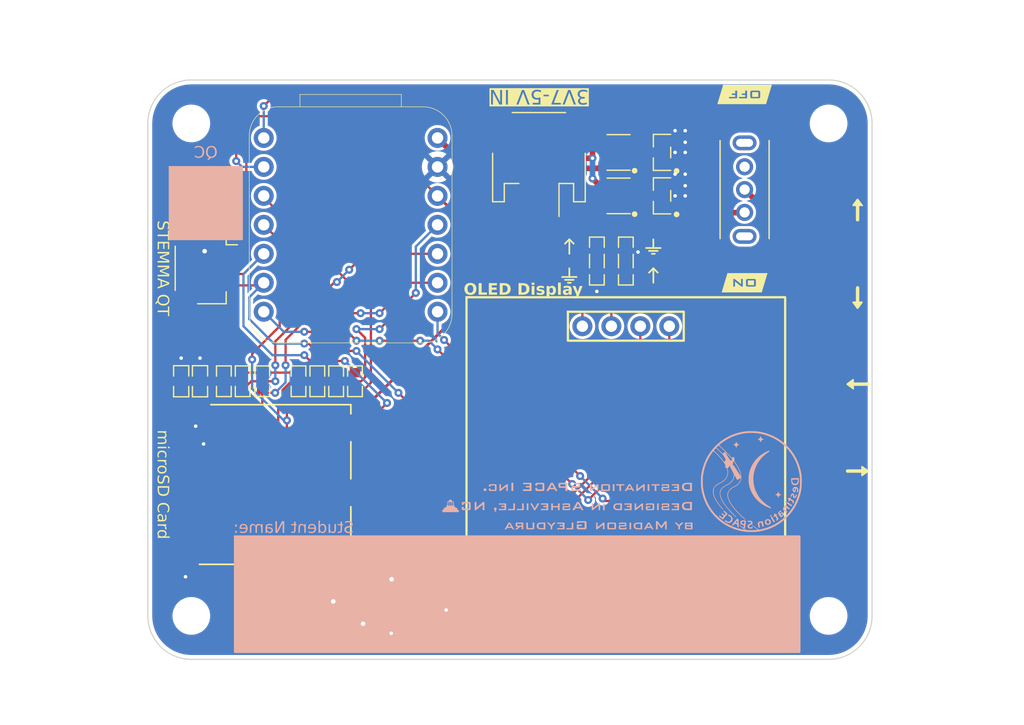
<source format=kicad_pcb>
(kicad_pcb (version 20221018) (generator pcbnew)
  (title_block (title "Destination Weather Station v4.5.2") (date "2024-02-16") (rev "03") (comment 1 "Madison Gleydura") (comment 2 "FINAL VERSION") (comment 3 "2024"))
  (layers (0 "F.Cu" signal) (31 "B.Cu" power) (34 "B.Paste" user) (35 "F.Paste" user) (36 "B.SilkS" user "B.Silkscreen") (37 "F.SilkS" user "F.Silkscreen") (38 "B.Mask" user) (39 "F.Mask" user) (44 "Edge.Cuts" user))
  (net 0 "")
  (net 1 "+3V3")
  (net 2 "GND")
  (net 3 "VCC")
  (net 4 "/OLED1")
  (net 5 "/OLED2")
  (net 6 "/BME_CS")
  (net 7 "/DAT2")
  (net 8 "/DAT1")
  (net 9 "Net-(J1-Pin_1)")
  (net 11 "Net-(J1-Pin_2)")
  (net 12 "/SDA")
  (net 13 "/SCL")
  (net 14 "Net-(SW1-A)")
  (net 15 "/CD")
  (net 16 "/MISO")
  (net 17 "/SCK")
  (net 18 "/MOSI")
  (net 19 "/CS_SD")
  (net 20 "/SW2")
  (net 21 "/SW3")
  (net 22 "/SW4")
  (net 23 "/SW5")
  (footprint "lib_fp:SW_4.5x4.5" (layer "F.Cu") (at 172.085 105.41 -90)
    (fp_text reference "SW5" hide)
    (fp_text value "PTS647SM38SMTR2LFS")
  )
  (footprint "lib_fp:SW_4.5x4.5" (layer "F.Cu") (at 172.085 90.17 -90)
    (fp_text reference "SW3" hide)
    (fp_text value "PTS647SM38SMTR2LFS")
  )
  (footprint "lib_fp:SW_4.5x4.5" (layer "F.Cu") (at 172.085 82.55 -90)
    (fp_text reference "SW2" hide)
    (fp_text value "PTS647SM38SMTR2LFS")
  )
  (footprint "lib_fp:SS-12D07-VG_GA_PA" (layer "F.Cu") (at 165.354 80.73 90)
    (fp_text reference "SW1" hide)
    (fp_text value "SS-12F44-G5")
  )
  (footprint "lib_fp:IRLML6244TRPBF" (layer "F.Cu") (at 158.115 77.47 90)
    (fp_text reference "Q2" hide)
    (fp_text value "IRLML6244TRPBF")
  )
  (footprint "lib_fp:M2.54_NPTH" (layer "F.Cu") (at 116.84 74.93)
    (fp_text reference "H1" hide)
    (fp_text value "M2.5" hide)
  )
  (footprint "lib_fp:ResistorJumper-3" (layer "F.Cu") (at 154.94 86.995 -90)
    (fp_text reference "R12" hide)
    (fp_text value "0R")
  )
  (footprint "lib_fp:CAPC160X80X88L35N" (layer "F.Cu") (at 130.556 118.352 -90)
    (fp_text reference "C2" hide)
    (fp_text value "100nF")
  )
  (footprint "lib_fp:JST-PH-S2B-SM4-TB" (layer "F.Cu") (at 147.32 77.536 180)
    (fp_text reference "J1" hide)
    (fp_text value "S2B-PH-SM4")
  )
  (footprint "lib_fp:SOT23-6P95_280X100L40X37N" (layer "F.Cu") (at 154.305 77.47 90)
    (fp_text reference "Q4" hide)
    (fp_text value "DMP2035UVTQ-7")
  )
  (footprint "lib_fp:MEM2061" (layer "F.Cu") (at 117.279 106.59 -90)
    (fp_text reference "J2" hide)
    (fp_text value "MEM2061")
  )
  (footprint "lib_fp:SW_4.5x4.5" (layer "F.Cu") (at 172.085 97.79 -90)
    (fp_text reference "SW4" hide)
    (fp_text value "PTS647SM38SMTR2LFS")
  )
  (footprint "lib_fp:RESC160X80X55L30N" (layer "F.Cu") (at 137.155 118.364 180)
    (fp_text reference "R10" hide)
    (fp_text value "10K")
  )
  (footprint "lib_fp:kibuzzard-64039D9C" (layer "F.Cu") (at 165.354 72.39 180)
    (fp_text reference "kibuzzard-64039D9C" hide)
    (fp_text value "G***" hide)
  )
  (footprint "lib_fp:RESC160X80X55L30N" (layer "F.Cu") (at 127.889 97.536 -90)
    (fp_text reference "R5" hide)
    (fp_text value "10K")
  )
  (footprint "lib_fp:CAPC160X80X88L35N" (layer "F.Cu") (at 117.602 97.536 90)
    (fp_text reference "C4" hide)
    (fp_text value "100nF")
  )
  (footprint "lib_fp:M2.54_NPTH" (layer "F.Cu") (at 172.72 118.11)
    (fp_text reference "H4" hide)
    (fp_text value "M2.5" hide)
  )
  (footprint "lib_fp:RESC160X80X55L30N" (layer "F.Cu") (at 121.343 97.536 -90)
    (fp_text reference "R3" hide)
    (fp_text value "10K")
  )
  (footprint "lib_fp:QtPy" (layer "F.Cu") (at 130.81 83.82)
    (fp_text reference "U1" hide)
    (fp_text value "XIAO RP2040")
  )
  (footprint "lib_fp:JST_SH_SM04B-SRSS-TB" (layer "F.Cu") (at 118.11 87.63 -90)
    (fp_text reference "J3" hide)
    (fp_text value "STEMMA_QT")
  )
  (footprint "lib_fp:RESC160X80X55L30N" (layer "F.Cu") (at 131.191 97.536 -90)
    (fp_text reference "R1" hide)
    (fp_text value "10K")
  )
  (footprint "lib_fp:BME280" (layer "F.Cu") (at 133.35 116.84)
    (fp_text reference "U2" hide)
    (fp_text value "BME280")
  )
  (footprint "lib_fp:IRLML6244TRPBF" (layer "F.Cu") (at 158.115 81.28 90)
    (fp_text reference "Q1" hide)
    (fp_text value "IRLML6244TRPBF")
  )
  (footprint "lib_fp:RESC160X80X55L30N" (layer "F.Cu") (at 119.692 97.536 -90)
    (fp_text reference "R2" hide)
    (fp_text value "10K")
  )
  (footprint "lib_fp:HS96L03W2C03" (layer "F.Cu") (at 154.94 92.71)
    (fp_text reference "U3" hide)
    (fp_text value "HS96L03W2C03")
  )
  (footprint "lib_fp:RESC160X80X55L30N" (layer "F.Cu") (at 137.165 116.84 180)
    (fp_text reference "R9" hide)
    (fp_text value "10K")
  )
  (footprint "lib_fp:RESC160X80X55L30N" (layer "F.Cu") (at 126.238 97.536 -90)
    (fp_text reference "R6" hide)
    (fp_text value "10K")
  )
  (footprint "lib_fp:kibuzzard-64039D84" (layer "F.Cu") (at 165.354 88.9 180)
    (fp_text reference "kibuzzard-64039D84" hide)
    (fp_text value "G***" hide)
  )
  (footprint "lib_fp:M2.54_NPTH" (layer "F.Cu") (at 116.84 118.11)
    (fp_text reference "H3" hide)
    (fp_text value "M2.5" hide)
  )
  (footprint "lib_fp:RESC160X80X55L30N" (layer "F.Cu") (at 129.54 97.536 -90)
    (fp_text reference "R7" hide)
    (fp_text value "10K")
  )
  (footprint "lib_fp:ResistorJumper-3" (layer "F.Cu") (at 152.4 86.995 -90)
    (fp_text reference "R11" hide)
    (fp_text value "0R")
  )
  (footprint "lib_fp:RESC160X80X55L30N" (layer "F.Cu") (at 137.165 115.316 180)
    (fp_text reference "R8" hide)
    (fp_text value "10K")
  )
  (footprint "lib_fp:CAPC160X80X88L35N" (layer "F.Cu") (at 130.556 115.316 -90)
    (fp_text reference "C1" hide)
    (fp_text value "10uF")
  )
  (footprint "lib_fp:RESC160X80X55L30N" (layer "F.Cu") (at 123.063 97.536 -90)
    (fp_text reference "R4" hide)
    (fp_text value "10K")
  )
  (footprint "lib_fp:CAPC160X80X88L35N" (layer "F.Cu") (at 115.951 97.536 90)
    (fp_text reference "C3" hide)
    (fp_text value "100nF")
  )
  (footprint "lib_fp:SOT23-6P95_280X100L40X37N" (layer "F.Cu") (at 154.305 81.28 90)
    (fp_text reference "Q3" hide)
    (fp_text value "DMP2035UVTQ-7")
  )
  (footprint "lib_fp:M2.54_NPTH" (layer "F.Cu") (at 172.72 74.93)
    (fp_text reference "H2" hide)
    (fp_text value "M2.5" hide)
  )
  (footprint "lib_fp:ds-silkscreen-logo-10x10" (layer "B.Cu") (at 165.989 106.299 180)
    (fp_text reference "G***" hide)
    (fp_text value "LOGO" hide)
  )
  (footprint "DS-Master-Logos-and-Graphics:avlLogo_2" (layer "B.Cu") (at 139.573 108.458 180)
    (fp_text reference "G***" hide)
    (fp_text value "LOGO" hide)
  )
  (gr_rect locked (start 120.65 111.125) (end 170.18 121.285) (stroke (width 0.15)) (fill solid) (layer "B.SilkS"))
  (gr_rect (start 114.935 78.74) (end 121.285 85.09) (stroke (width 0.15)) (fill solid) (layer "B.SilkS"))
  (gr_line (start 157.988 85.852) (end 156.718 85.852) (stroke (width 0.15)) (layer "F.SilkS"))
  (gr_line (start 175.26 83.3755) (end 175.26 81.7245) (stroke (width 0.3)) (layer "F.SilkS"))
  (gr_line (start 175.26 89.3445) (end 175.26 90.9955) (stroke (width 0.3)) (layer "F.SilkS"))
  (gr_line (start 157.48 86.36) (end 157.226 86.36) (stroke (width 0.15)) (layer "F.SilkS"))
  (gr_line (start 150.622 88.392) (end 149.352 88.392) (stroke (width 0.15)) (layer "F.SilkS"))
  (gr_line (start 174.3825 105.41) (end 176.0335 105.41) (stroke (width 0.3)) (layer "F.SilkS"))
  (gr_poly (pts (xy 176.1605 105.41) (xy 175.6525 105.029) (xy 175.6525 105.791)) (stroke (width 0.15)) (fill solid) (layer "F.SilkS"))
  (gr_line (start 149.987 85.09) (end 150.368 85.471) (stroke (width 0.15)) (layer "F.SilkS"))
  (gr_line (start 157.353 85.09) (end 157.353 85.852) (stroke (width 0.15)) (layer "F.SilkS"))
  (gr_line (start 157.353 87.63) (end 157.734 88.011) (stroke (width 0.15)) (layer "F.SilkS"))
  (gr_poly (pts (xy 174.3595 97.79) (xy 174.8675 98.171) (xy 174.8675 97.409)) (stroke (width 0.15)) (fill solid) (layer "F.SilkS"))
  (gr_poly (pts (xy 175.26 81.5975) (xy 174.879 82.1055) (xy 175.641 82.1055)) (stroke (width 0.15)) (fill solid) (layer "F.SilkS"))
  (gr_line (start 157.353 87.63) (end 157.353 88.9) (stroke (width 0.15)) (layer "F.SilkS"))
  (gr_line (start 150.114 88.9) (end 149.86 88.9) (stroke (width 0.15)) (layer "F.SilkS"))
  (gr_line (start 149.987 85.09) (end 149.987 86.36) (stroke (width 0.15)) (layer "F.SilkS"))
  (gr_line (start 176.1375 97.79) (end 174.4865 97.79) (stroke (width 0.3)) (layer "F.SilkS"))
  (gr_line (start 149.987 87.63) (end 149.987 88.392) (stroke (width 0.15)) (layer "F.SilkS"))
  (gr_line (start 157.734 86.106) (end 156.972 86.106) (stroke (width 0.15)) (layer "F.SilkS"))
  (gr_poly (pts (xy 175.26 91.1225) (xy 175.641 90.6145) (xy 174.879 90.6145)) (stroke (width 0.15)) (fill solid) (layer "F.SilkS"))
  (gr_line (start 150.368 88.646) (end 149.606 88.646) (stroke (width 0.15)) (layer "F.SilkS"))
  (gr_line (start 157.353 87.63) (end 156.972 88.011) (stroke (width 0.15)) (layer "F.SilkS"))
  (gr_line (start 149.987 85.09) (end 149.606 85.471) (stroke (width 0.15)) (layer "F.SilkS"))
  (gr_line locked (start 172.72 71.12) (end 116.84 71.12) (stroke (width 0.1)) (layer "Edge.Cuts"))
  (gr_arc locked (start 113.03 74.93) (mid 114.145923 72.235923) (end 116.84 71.12) (stroke (width 0.1)) (layer "Edge.Cuts"))
  (gr_line locked (start 113.03 118.11) (end 113.03 74.93) (stroke (width 0.1)) (layer "Edge.Cuts"))
  (gr_arc locked (start 116.84 121.92) (mid 114.145923 120.804077) (end 113.03 118.11) (stroke (width 0.1)) (layer "Edge.Cuts"))
  (gr_line locked (start 172.72 121.92) (end 116.84 121.92) (stroke (width 0.1)) (layer "Edge.Cuts"))
  (gr_line locked (start 176.53 118.11) (end 176.53 74.93) (stroke (width 0.1)) (layer "Edge.Cuts"))
  (gr_arc locked (start 172.72 71.12) (mid 175.414077 72.235923) (end 176.53 74.93) (stroke (width 0.1)) (layer "Edge.Cuts"))
  (gr_arc locked (start 176.53 118.11) (mid 175.414077 120.804077) (end 172.72 121.92) (stroke (width 0.1)) (layer "Edge.Cuts"))
  (gr_text "Student Name:" (at 120.523 110.998) (layer "B.SilkS") (effects (font (size 1 1)) (justify right bottom mirror)))
  (gr_text "QC" (at 118.11 78.105) (layer "B.SilkS") (effects (font (size 1 1)) (justify bottom mirror)))
  (gr_text "microSD Card" (at 114.3 106.59 270) (layer "F.SilkS") (effects (font (size 1 1))))
  (gr_text "Destination Weather Station \nv4.5.2 2024-02-12" (at 140.716 119.888) (layer "F.SilkS") (effects (font (size 1 1)) (justify left)))
  (gr_text "OLED Display" (at 140.716 89.535) (layer "F.SilkS") (effects (font (size 1 1) (thickness 0.25) bold) (justify left)))
  (gr_text "BME280" (at 133.35 120.65) (layer "F.SilkS") (effects (font (size 1 1))))
  (gr_text "3V7-5V IN" (at 147.32 72.517 180) (layer "F.SilkS" knockout) (effects (font (size 1.25 1.25))))
  (gr_text "STEMMA QT" (at 114.3 87.63 270) (layer "F.SilkS") (effects (font (size 1 1))))
  (gr_text_box "Destination SPACE Inc.\nDesigned in Asheville, NC\nby Madison Gleydura" (start 139.446 105.41) (end 161.671 111.125) (layer "B.SilkS") (effects (font (size 1 1)) (justify left top mirror)))
  (segment (start 115.951 98.286) (end 117.602 98.286) (width 0.2) (layer "F.Cu") (net 1))
  (segment (start 130.556 114.566) (end 131.855 115.865) (width 0.25) (layer "F.Cu") (net 1))
  (segment (start 132.7225 115.865) (end 132.9436 116.0861) (width 0.25) (layer "F.Cu") (net 1))
  (segment (start 132.207 112.915) (end 130.556 114.566) (width 0.25) (layer "F.Cu") (net 1))
  (segment (start 173.685 87.545) (end 173.685 92.795) (width 0.25) (layer "F.Cu") (net 1))
  (segment (start 132.9436 118.2116) (end 134.366 119.634) (width 0.25) (layer "F.Cu") (net 1))
  (segment (start 152.4114 85.485) (end 153.1874 84.709) (width 0.2) (layer "F.Cu") (net 1))
  (segment (start 139.179468 117.602) (end 137.91 117.602) (width 0.25) (layer "F.Cu") (net 1))
  (segment (start 141.85 84.7) (end 141.85 90.052) (width 0.25) (layer "F.Cu") (net 1))
  (segment (start 126.238 96.781) (end 129.54 96.781) (width 0.2) (layer "F.Cu") (net 1))
  (segment (start 159.0167 88.5317) (end 159.004 88.5444) (width 0.25) (layer "F.Cu") (net 1))
  (segment (start 129.54 96.781) (end 131.191 96.781) (width 0.2) (layer "F.Cu") (net 1))
  (segment (start 130.993 117.165) (end 132.325 117.165) (width 0.25) (layer "F.Cu") (net 1))
  (segment (start 121.666 86.084) (end 121.666 75.034) (width 0.2) (layer "F.Cu") (net 1))
  (segment (start 151.271 85.485) (end 150.486 84.7) (width 0.25) (layer "F.Cu") (net 1))
  (segment (start 118.745 87.995736) (end 118.745 95.834) (width 0.2) (layer "F.Cu") (net 1))
  (segment (start 153.1874 84.709) (end 156.464 84.709) (width 0.2) (layer "F.Cu") (net 1))
  (segment (start 152.4 85.485) (end 151.271 85.485) (width 0.25) (layer "F.Cu") (net 1))
  (segment (start 120.62 87.13) (end 121.666 86.084) (width 0.2) (layer "F.Cu") (net 1))
  (segment (start 139.185734 117.595734) (end 139.179468 117.602) (width 0.2) (layer "F.Cu") (net 1))
  (segment (start 119.761 96.712) (end 119.692 96.781) (width 0.2) (layer "F.Cu") (net 1))
  (segment (start 164.465 93.98) (end 173.685 93.98) (width 0.25) (layer "F.Cu") (net 1))
  (segment (start 154.9794 88.5444) (end 154.94 88.505) (width 0.25) (layer "F.Cu") (net 1))
  (segment (start 173.685 100.415) (end 173.685 102.785) (width 0.25) (layer "F.Cu") (net 1))
  (segment (start 173.685 95.165) (end 173.685 100.415) (width 0.25) (layer "F.Cu") (net 1))
  (segment (start 173.685 79.925) (end 173.685 85.175) (width 0.25) (layer "F.Cu") (net 1))
  (segment (start 152.4 85.485) (end 152.4114 85.485) (width 0.2) (layer "F.Cu") (net 1))
  (segment (start 118.187 98.286) (end 119.692 96.781) (width 0.2) (layer "F.Cu") (net 1))
  (segment (start 118.679 105.205) (end 119.679 105.205) (width 0.2) (layer "F.Cu") (net 1))
  (segment (start 159.004 88.5444) (end 154.9794 88.5444) (width 0.25) (layer "F.Cu") (net 1))
  (segment (start 115.951 98.286) (end 115.951 102.477) (width 0.2) (layer "F.Cu") (net 1))
  (segment (start 132.9436 117.165) (end 132.325 117.165) (width 0.25) (layer "F.Cu") (net 1))
  (segment (start 156.464 84.709) (end 159.0167 87.2617) (width 0.2) (layer "F.Cu") (net 1))
  (segment (start 137.91 118.364) (end 137.91 117.602) (width 0.25) (layer "F.Cu") (net 1))
  (segment (start 117.602 98.286) (end 118.187 98.286) (width 0.2) (layer "F.Cu") (net 1))
  (segment (start 119.692 96.781) (end 126.238 96.781) (width 0.2) (layer "F.Cu") (net 1))
  (segment (start 131.445 74.295) (end 134.112 76.962) (width 0.2) (layer "F.Cu") (net 1))
  (segment (start 119.610736 87.13) (end 118.745 87.995736) (width 0.2) (layer "F.Cu") (net 1))
  (segment (start 131.855 115.865) (end 132.325 115.865) (width 0.25) (layer "F.Cu") (net 1))
  (segment (start 118.745 95.834) (end 119.692 96.781) (width 0.2) (layer "F.Cu") (net 1))
  (segment (start 121.666 75.034) (end 122.405 74.295) (width 0.2) (layer "F.Cu") (net 1))
  (segment (start 134.112 76.962) (end 138.43 81.28) (width 0.2) (layer "F.Cu") (net 1))
  (segment (start 159.0167 87.2617) (end 159.0167 88.5317) (width 0.2) (layer "F.Cu") (net 1))
  (segment (start 173.685 85.175) (end 173.685 87.545) (width 0.25) (layer "F.Cu") (net 1))
  (segment (start 137.91 115.326) (end 137.92 115.316) (width 0.2) (layer "F.Cu") (net 1))
  (segment (start 122.405 74.295) (end 131.445 74.295) (width 0.2) (layer "F.Cu") (net 1))
  (segment (start 141.85 84.7) (end 138.43 81.28) (width 0.25) (layer "F.Cu") (net 1))
  (segment (start 137.91 117.602) (end 137.91 115.326) (width 0.25) (layer "F.Cu") (net 1))
  (segment (start 132.9436 116.0861) (end 132.9436 118.2116) (width 0.25) (layer "F.Cu") (net 1))
  (segment (start 150.486 84.7) (end 141.85 84.7) (width 0.25) (layer "F.Cu") (net 1))
  (segment (start 141.85 90.052) (end 132.207 99.695) (width 0.25) (layer "F.Cu") (net 1))
  (segment (start 132.325 115.865) (end 132.7225 115.865) (width 0.25) (layer "F.Cu") (net 1))
  (segment (start 173.685 93.98) (end 173.685 95.165) (width 0.25) (layer "F.Cu") (net 1))
  (segment (start 173.685 92.795) (end 173.685 93.98) (width 0.25) (layer "F.Cu") (net 1))
  (segment (start 159.0167 88.5317) (end 164.465 93.98) (width 0.25) (layer "F.Cu") (net 1))
  (segment (start 115.951 102.477) (end 118.679 105.205) (width 0.2) (layer "F.Cu") (net 1))
  (segment (start 132.207 99.695) (end 132.207 112.915) (width 0.25) (layer "F.Cu") (net 1))
  (segment (start 130.556 117.602) (end 130.993 117.165) (width 0.25) (layer "F.Cu") (net 1))
  (segment (start 120.11 87.13) (end 119.610736 87.13) (width 0.2) (layer "F.Cu") (net 1))
  (segment (start 173.685 102.785) (end 173.685 108.035) (width 0.25) (layer "F.Cu") (net 1))
  (segment (start 120.11 87.13) (end 120.62 87.13) (width 0.2) (layer "F.Cu") (net 1))
  (via (at 139.185734 117.595734) (size 0.7) (drill 0.31) (layers "F.Cu" "B.Cu") (net 1))
  (via (at 134.366 119.634) (size 0.7) (drill 0.31) (layers "F.Cu" "B.Cu") (net 1))
  (segment (start 137.147468 119.634) (end 134.366 119.634) (width 0.25) (layer "B.Cu") (net 1))
  (segment (start 139.185734 117.595734) (end 137.147468 119.634) (width 0.25) (layer "B.Cu") (net 1))
  (segment (start 131.005 116.515) (end 132.325 116.515) (width 0.2) (layer "F.Cu") (net 2))
  (segment (start 134.4 115.84) (end 134.375 115.865) (width 0.2) (layer "F.Cu") (net 2))
  (segment (start 115.951 96.786) (end 115.951 95.504) (width 0.2) (layer "F.Cu") (net 2))
  (segment (start 119.679 103.005) (end 117.943 103.005) (width 0.2) (layer "F.Cu") (net 2))
  (segment (start 120.11 86.13) (end 118.0098 86.13) (width 0.2) (layer "F.Cu") (net 2))
  (segment (start 117.279 100.015) (end 117.279 101.415) (width 0.2) (layer "F.Cu") (net 2))
  (segment (start 156.0068 86.2076) (end 155.702 86.2076) (width 0.2) (layer "F.Cu") (net 2))
  (segment (start 154.9794 85.485) (end 154.94 85.485) (width 0.2) (layer "F.Cu") (net 2))
  (segment (start 132.325 118.375) (end 132.325 117.815) (width 0.2) (layer "F.Cu") (net 2))
  (segment (start 116.279 114.628) (end 116.332 114.681) (width 0.2) (layer "F.Cu") (net 2))
  (segment (start 155.702 86.2076) (end 154.9794 85.485) (width 0.2) (layer "F.Cu") (net 2))
  (segment (start 130.556 116.078) (end 130.556 116.066) (width 0.2) (layer "F.Cu") (net 2))
  (segment (start 131.598 119.102) (end 130.556 119.102) (width 0.2) (layer "F.Cu") (net 2))
  (segment (start 152.4 88.505) (end 152.4 89.662) (width 0.2) (layer "F.Cu") (net 2))
  (segment (start 116.279 113.165) (end 116.279 114.628) (width 0.2) (layer "F.Cu") (net 2))
  (segment (start 129.286 116.84) (end 129.794 116.84) (width 0.2) (layer "F.Cu") (net 2))
  (segment (start 134.4 114.9) (end 134.4 115.84) (width 0.2) (layer "F.Cu") (net 2))
  (segment (start 131.9 118.8) (end 132.325 118.375) (width 0.2) (layer "F.Cu") (net 2))
  (segment (start 130.556 116.066) (end 131.005 116.515) (width 0.2) (layer "F.Cu") (net 2))
  (segment (start 118.0098 86.13) (end 118.0084 86.1314) (width 0.2) (layer "F.Cu") (net 2))
  (segment (start 117.602 96.786) (end 117.602 95.504) (width 0.2) (layer "F.Cu") (net 2))
  (segment (start 117.279 101.415) (end 117.221 101.473) (width 0.2) (layer "F.Cu") (net 2))
  (segment (start 117.943 103.005) (end 117.914 103.034) (width 0.2) (layer "F.Cu") (net 2))
  (segment (start 129.794 116.84) (end 130.556 116.078) (width 0.2) (layer "F.Cu") (net 2))
  (segment (start 131.9 118.8) (end 131.598 119.102) (width 0.2) (layer "F.Cu") (net 2))
  (via (at 117.602 95.504) (size 0.7) (drill 0.31) (layers "F.Cu" "B.Cu") (net 2))
  (via (at 160.147 76.581) (size 0.7) (drill 0.31) (layers "F.Cu" "B.Cu") (net 2))
  (via (at 117.914 103.034) (size 0.7) (drill 0.31) (layers "F.Cu" "B.Cu") (net 2))
  (via (at 116.332 114.681) (size 0.7) (drill 0.31) (layers "F.Cu" "B.Cu") (net 2))
  (via (at 159.258 79.375) (size 0.7) (drill 0.31) (layers "F.Cu" "B.Cu") (net 2))
  (via (at 115.951 95.504) (size 0.7) (drill 0.31) (layers "F.Cu" "B.Cu") (net 2))
  (via (at 131.9 118.8) (size 1) (drill 0.4) (layers "F.Cu" "B.Cu") (net 2))
  (via (at 160.147 81.28) (size 0.7) (drill 0.31) (layers "F.Cu" "B.Cu") (net 2))
  (via (at 160.147 79.375) (size 0.7) (drill 0.31) (layers "F.Cu" "B.Cu") (net 2))
  (via (at 160.147 75.565) (size 0.7) (drill 0.31) (layers "F.Cu" "B.Cu") (net 2))
  (via (at 160.147 77.47) (size 0.7) (drill 0.31) (layers "F.Cu" "B.Cu") (net 2))
  (via (at 156.0068 86.2076) (size 0.7) (drill 0.31) (layers "F.Cu" "B.Cu") (net 2))
  (via (at 160.147 80.391) (size 0.7) (drill 0.31) (layers "F.Cu" "B.Cu") (net 2))
  (via (at 152.4 89.662) (size 0.7) (drill 0.31) (layers "F.Cu" "B.Cu") (net 2))
  (via (at 129.286 116.84) (size 1) (drill 0.4) (layers "F.Cu" "B.Cu") (net 2))
  (via (at 159.258 75.565) (size 0.7) (drill 0.31) (layers "F.Cu" "B.Cu") (net 2))
  (via (at 117.221 101.473) (size 0.7) (drill 0.31) (layers "F.Cu" "B.Cu") (net 2))
  (via (at 134.4 114.9) (size 1) (drill 0.4) (layers "F.Cu" "B.Cu") (net 2))
  (via (at 118.0084 86.1314) (size 1) (drill 0.4) (layers "F.Cu" "B.Cu") (net 2))
  (via (at 159.258 77.47) (size 0.7) (drill 0.31) (layers "F.Cu" "B.Cu") (net 2))
  (via (at 159.258 81.28) (size 0.7) (drill 0.31) (layers "F.Cu" "B.Cu") (net 2))
  (segment (start 152.019 76.835) (end 152.019 77.978) (width 0.5) (layer "F.Cu") (net 3))
  (segment (start 140.208 77.978) (end 138.43 76.2) (width 0.5) (layer "F.Cu") (net 3))
  (segment (start 153.002 76.52) (end 152.334 76.52) (width 0.5) (layer "F.Cu") (net 3))
  (segment (start 152.019 79.756) (end 152.593 80.33) (width 0.5) (layer "F.Cu") (net 3))
  (segment (start 152.019 77.978) (end 140.208 77.978) (width 0.5) (layer "F.Cu") (net 3))
  (segment (start 152.334 76.52) (end 152.019 76.835) (width 0.5) (layer "F.Cu") (net 3))
  (segment (start 152.593 80.33) (end 153.002 80.33) (width 0.5) (layer "F.Cu") (net 3))
  (via (at 152.019 77.978) (size 0.7) (drill 0.31) (layers "F.Cu" "B.Cu") (net 3))
  (via (at 152.019 79.756) (size 0.7) (drill 0.31) (layers "F.Cu" "B.Cu") (net 3))
  (segment (start 152.019 79.756) (end 152.019 77.978) (width 0.5) (layer "B.Cu") (net 3))
  (segment (start 151.45 86.995) (end 152.4 86.995) (width 0.2) (layer "F.Cu") (net 4))
  (segment (start 151.13 92.71) (end 151.13 87.315) (width 0.2) (layer "F.Cu") (net 4))
  (segment (start 151.13 87.315) (end 151.45 86.995) (width 0.2) (layer "F.Cu") (net 4))
  (segment (start 154.051 86.995) (end 154.94 86.995) (width 0.2) (layer "F.Cu") (net 5))
  (segment (start 153.67 92.71) (end 153.67 87.376) (width 0.2) (layer "F.Cu") (net 5))
  (segment (start 153.67 87.376) (end 154.051 86.995) (width 0.2) (layer "F.Cu") (net 5))
  (segment (start 134.375 116.515) (end 135.345 116.515) (width 0.2) (layer "F.Cu") (net 6))
  (segment (start 135.345 116.515) (end 136.41 115.45) (width 0.2) (layer "F.Cu") (net 6))
  (segment (start 136.41 115.45) (end 136.41 115.316) (width 0.2) (layer "F.Cu") (net 6))
  (segment (start 122 108.505) (end 125.984 104.521) (width 0.2) (layer "F.Cu") (net 7))
  (segment (start 126.238 99.314) (end 128.517 99.314) (width 0.2) (layer "F.Cu") (net 7))
  (segment (start 119.879 108.505) (end 122 108.505) (width 0.2) (layer "F.Cu") (net 7))
  (segment (start 125.984 99.568) (end 126.238 99.314) (width 0.2) (layer "F.Cu") (net 7))
  (segment (start 128.517 99.314) (end 129.54 98.291) (width 0.2) (layer "F.Cu") (net 7))
  (segment (start 125.984 104.521) (end 125.984 99.568) (width 0.2) (layer "F.Cu") (net 7))
  (segment (start 119.692 100.618) (end 119.879 100.805) (width 0.2) (layer "F.Cu") (net 8))
  (segment (start 119.692 98.328) (end 119.692 100.618) (width 0.2) (layer "F.Cu") (net 8))
  (segment (start 157.48 83.947) (end 162.433 88.9) (width 0.5) (layer "F.Cu") (net 9))
  (segment (start 166.751 88.9) (end 167.767 87.884) (width 0.5) (layer "F.Cu") (net 9))
  (segment (start 148.32 81.336) (end 148.32 82.534) (width 0.3) (layer "F.Cu") (net 9))
  (segment (start 149.733 83.947) (end 157.48 83.947) (width 0.5) (layer "F.Cu") (net 9))
  (segment (start 167.767 83.1215) (end 165.3755 80.73) (width 0.5) (layer "F.Cu") (net 9))
  (segment (start 165.3755 80.73) (end 165.354 80.73) (width 0.5) (layer "F.Cu") (net 9))
  (segment (start 148.32 82.534) (end 149.733 83.947) (width 0.5) (layer "F.Cu") (net 9))
  (segment (start 162.433 88.9) (end 166.751 88.9) (width 0.5) (layer "F.Cu") (net 9))
  (segment (start 167.767 87.884) (end 167.767 83.1215) (width 0.5) (layer "F.Cu") (net 9))
  (segment (start 158.557 82.23) (end 158.115 81.788) (width 0.5) (layer "F.Cu") (net 11))
  (segment (start 146.32 80.086) (end 147.539 78.867) (width 0.5) (layer "F.Cu") (net 11))
  (segment (start 158.115 80.7755) (end 157.6695 80.33) (width 0.5) (layer "F.Cu") (net 11))
  (segment (start 146.32 81.336) (end 146.32 80.086) (width 0.5) (layer "F.Cu") (net 11))
  (segment (start 152.555 78.867) (end 153.002 78.42) (width 0.5) (layer "F.Cu") (net 11))
  (segment (start 158.115 81.788) (end 158.115 80.7755) (width 0.5) (layer "F.Cu") (net 11))
  (segment (start 147.539 78.867) (end 152.555 78.867) (width 0.5) (layer "F.Cu") (net 11))
  (segment (start 159.228 82.23) (end 158.557 82.23) (width 0.5) (layer "F.Cu") (net 11))
  (segment (start 157.6695 80.33) (end 155.608 80.33) (width 0.5) (layer "F.Cu") (net 11))
  (segment (start 137.968633 120.5) (end 136.2 120.5) (width 0.2) (layer "F.Cu") (net 12))
  (segment (start 133.477 117.777) (end 133.477 99.9635) (width 0.2) (layer "F.Cu") (net 12))
  (segment (start 136.41 116.84) (end 135.636 116.84) (width 0.2) (layer "F.Cu") (net 12))
  (segment (start 135.636 116.84) (end 135.311 117.165) (width 0.2) (layer "F.Cu") (net 12))
  (segment (start 120.11 88.13) (end 121.42 88.13) (width 0.2) (layer "F.Cu") (net 12))
  (segment (start 136.2 120.5) (end 133.477 117.777) (width 0.2) (layer "F.Cu") (net 12))
  (segment (start 135.311 117.165) (end 134.375 117.165) (width 0.2) (layer "F.Cu") (net 12))
  (segment (start 126.746 95.25) (end 127.254 95.758) (width 0.2) (layer "F.Cu") (net 12))
  (segment (start 133.477 99.9635) (end 133.9995 99.441) (width 0.2) (layer "F.Cu") (net 12))
  (segment (start 127.254 95.758) (end 130.302 95.758) (width 0.2) (layer "F.Cu") (net 12))
  (segment (start 158.75 99.718633) (end 137.968633 120.5) (width 0.2) (layer "F.Cu") (net 12))
  (segment (start 121.42 88.13) (end 123.19 86.36) (width 0.2) (layer "F.Cu") (net 12))
  (segment (start 134.375 117.165) (end 133.477 117.165) (width 0.2) (layer "F.Cu") (net 12))
  (segment (start 158.75 92.71) (end 158.75 99.718633) (width 0.2) (layer "F.Cu") (net 12))
  (via (at 130.302 95.758) (size 0.7) (drill 0.31) (layers "F.Cu" "B.Cu") (net 12))
  (via (at 126.746 95.25) (size 0.7) (drill 0.31) (layers "F.Cu" "B.Cu") (net 12))
  (via (at 133.9995 99.441) (size 0.7) (drill 0.31) (layers "F.Cu" "B.Cu") (net 12))
  (segment (start 133.985 99.441) (end 133.9995 99.441) (width 0.2) (layer "B.Cu") (net 12))
  (segment (start 121.412 88.138) (end 123.19 86.36) (width 0.2) (layer "B.Cu") (net 12))
  (segment (start 126.746 95.25) (end 123.952 95.25) (width 0.2) (layer "B.Cu") (net 12))
  (segment (start 123.952 95.25) (end 121.412 92.71) (width 0.2) (layer "B.Cu") (net 12))
  (segment (start 121.412 92.71) (end 121.412 88.138) (width 0.2) (layer "B.Cu") (net 12))
  (segment (start 130.302 95.758) (end 133.985 99.441) (width 0.2) (layer "B.Cu") (net 12))
  (segment (start 127.127 94.234) (end 127.772503 94.879503) (width 0.2) (layer "F.Cu") (net 13))
  (segment (start 127.772503 94.879503) (end 131.318 94.879503) (width 0.2) (layer "F.Cu") (net 13))
  (segment (start 156.21 101.49) (end 156.21 92.71) (width 0.2) (layer "F.Cu") (net 13))
  (segment (start 126.746 94.234) (end 127.127 94.234) (width 0.2) (layer "F.Cu") (net 13))
  (segment (start 134.375 117.815) (end 134.924 118.364) (width 0.2) (layer "F.Cu") (net 13))
  (segment (start 136.4 118.364) (end 137.2 119.164) (width 0.2) (layer "F.Cu") (net 13))
  (segment (start 121.5 89.13) (end 122.96 89.13) (width 0.2) (layer "F.Cu") (net 13))
  (segment (start 137.2 119.164) (end 137.75 119.164) (width 0.2) (layer "F.Cu") (net 13))
  (segment (start 138.536 119.164) (end 141.9945 115.7055) (width 0.2) (layer "F.Cu") (net 13))
  (segment (start 120.11 89.13) (end 121.5 89.13) (width 0.2) (layer "F.Cu") (net 13))
  (segment (start 137.75 119.164) (end 138.536 119.164) (width 0.2) (layer "F.Cu") (net 13))
  (segment (start 122.96 89.13) (end 123.19 88.9) (width 0.2) (layer "F.Cu") (net 13))
  (segment (start 137.75 119.164) (end 137.2365 119.164) (width 0.2) (layer "F.Cu") (net 13))
  (segment (start 141.9945 115.7055) (end 156.21 101.49) (width 0.2) (layer "F.Cu") (net 13))
  (segment (start 135.001 98.552) (end 147.0745 110.6255) (width 0.2) (layer "F.Cu") (net 13))
  (segment (start 134.924 118.364) (end 136.4 118.364) (width 0.2) (layer "F.Cu") (net 13))
  (via (at 135.001 98.552) (size 0.7) (drill 0.31) (layers "F.Cu" "B.Cu") (net 13))
  (via (at 126.746 94.234) (size 0.7) (drill 0.31) (layers "F.Cu" "B.Cu") (net 13))
  (via (at 131.318 94.879503) (size 0.7) (drill 0.31) (layers "F.Cu" "B.Cu") (net 13))
  (segment (start 124.073649 94.234) (end 121.92 92.080351) (width 0.2) (layer "B.Cu") (net 13))
  (segment (start 121.92 92.080351) (end 121.92 90.17) (width 0.2) (layer "B.Cu") (net 13))
  (segment (start 126.746 94.234) (end 124.073649 94.234) (width 0.2) (layer "B.Cu") (net 13))
  (segment (start 135.001 98.552) (end 134.990497 98.552) (width 0.2) (layer "B.Cu") (net 13))
  (segment (start 134.990497 98.552) (end 131.318 94.879503) (width 0.2) (layer "B.Cu") (net 13))
  (segment (start 121.92 90.17) (end 123.19 88.9) (width 0.2) (layer "B.Cu") (net 13))
  (segment (start 162.1028 82.7532) (end 161.671 83.185) (width 0.5) (layer "F.Cu") (net 14))
  (segment (start 165.354 82.73) (end 165.3308 82.7532) (width 0.5) (layer "F.Cu") (net 14))
  (segment (start 155.636 82.23) (end 156.591 83.185) (width 0.5) (layer "F.Cu") (net 14))
  (segment (start 160.843 78.42) (end 159.228 78.42) (width 0.5) (layer "F.Cu") (net 14))
  (segment (start 155.608 82.23) (end 155.636 82.23) (width 0.5) (layer "F.Cu") (net 14))
  (segment (start 157.6695 76.52) (end 155.608 76.52) (width 0.5) (layer "F.Cu") (net 14))
  (segment (start 162.1028 82.7532) (end 162.1028 79.6798) (width 0.5) (layer "F.Cu") (net 14))
  (segment (start 165.3308 82.7532) (end 162.1028 82.7532) (width 0.5) (layer "F.Cu") (net 14))
  (segment (start 158.115 77.978) (end 158.115 76.9655) (width 0.5) (layer "F.Cu") (net 14))
  (segment (start 156.591 83.185) (end 161.671 83.185) (width 0.5) (layer "F.Cu") (net 14))
  (segment (start 158.557 78.42) (end 158.115 77.978) (width 0.5) (layer "F.Cu") (net 14))
  (segment (start 158.115 76.9655) (end 157.6695 76.52) (width 0.5) (layer "F.Cu") (net 14))
  (segment (start 159.228 78.42) (end 158.557 78.42) (width 0.5) (layer "F.Cu") (net 14))
  (segment (start 162.1028 79.6798) (end 160.843 78.42) (width 0.5) (layer "F.Cu") (net 14))
  (segment (start 123.19 81.407) (end 132.588 90.805) (width 0.2) (layer "F.Cu") (net 15))
  (segment (start 131.191 98.291) (end 131.96 98.291) (width 0.2) (layer "F.Cu") (net 15))
  (segment (start 130.315 107.733) (end 130.311 107.737) (width 0.2) (layer "F.Cu") (net 15))
  (segment (start 130.429 107.315) (end 130.429 101.615) (width 0.2) (layer "F.Cu") (net 15))
  (segment (start 130.429 99.053) (end 131.191 98.291) (width 0.2) (layer "F.Cu") (net 15))
  (segment (start 130.4832 101.5608) (end 130.429 101.615) (width 0.2) (layer "F.Cu") (net 15))
  (segment (start 130.444 101.6) (end 130.429 101.615) (width 0.2) (layer "F.Cu") (net 15))
  (segment (start 131.96 98.291) (end 132.588 97.663) (width 0.2) (layer "F.Cu") (net 15))
  (segment (start 130.429 101.615) (end 130.429 99.053) (width 0.2) (layer "F.Cu") (net 15))
  (segment (start 132.588 90.805) (end 132.588 97.663) (width 0.2) (layer "F.Cu") (net 15))
  (segment (start 130.487 101.557) (end 130.429 101.615) (width 0.2) (layer "F.Cu") (net 15))
  (segment (start 123.19 81.28) (end 123.19 81.407) (width 0.2) (layer "F.Cu") (net 15))
  (segment (start 121.343 98.291) (end 122.098 97.536) (width 0.2) (layer "F.Cu") (net 16))
  (segment (start 132.08 86.36) (end 138.43 86.36) (width 0.2) (layer "F.Cu") (net 16))
  (segment (start 129.412823 88.8365) (end 124.206 94.043323) (width 0.2) (layer "F.Cu") (net 16))
  (segment (start 130.683 87.757) (end 132.08 86.36) (width 0.2) (layer "F.Cu") (net 16))
  (segment (start 129.6035 88.8365) (end 129.412823 88.8365) (width 0.2) (layer "F.Cu") (net 16))
  (segment (start 121.343 98.328) (end 121.343 101.669) (width 0.2) (layer "F.Cu") (net 16))
  (segment (start 122.098 97.536) (end 124.206 97.536) (width 0.2) (layer "F.Cu") (net 16))
  (segment (start 121.107 101.905) (end 119.879 101.905) (width 0.2) (layer "F.Cu") (net 16))
  (segment (start 124.206 94.043323) (end 124.206 96.1315) (width 0.2) (layer "F.Cu") (net 16))
  (segment (start 121.343 101.669) (end 121.107 101.905) (width 0.2) (layer "F.Cu") (net 16))
  (via (at 124.206 97.536) (size 0.7) (drill 0.31) (layers "F.Cu" "B.Cu") (net 16))
  (via (at 124.206 96.1315) (size 0.7) (drill 0.31) (layers "F.Cu" "B.Cu") (net 16))
  (via (at 129.6035 88.8365) (size 0.7) (drill 0.31) (layers "F.Cu" "B.Cu") (net 16))
  (via (at 130.683 87.757) (size 0.7) (drill 0.31) (layers "F.Cu" "B.Cu") (net 16))
  (segment (start 129.6035 88.8365) (end 130.683 87.757) (width 0.2) (layer "B.Cu") (net 16))
  (segment (start 124.206 97.536) (end 124.206 96.1315) (width 0.2) (layer "B.Cu") (net 16))
  (segment (start 127.437979 91.567) (end 131.6845 91.567) (width 0.2) (layer "F.Cu") (net 17))
  (segment (start 123.063 102.362) (end 121.32 104.105) (width 0.2) (layer "F.Cu") (net 17))
  (segment (start 123.324 98.552) (end 123.063 98.291) (width 0.2) (layer "F.Cu") (net 17))
  (segment (start 121.32 104.105) (end 119.879 104.105) (width 0.2) (layer "F.Cu") (net 17))
  (segment (start 123.063 98.291) (end 123.063 102.362) (width 0.2) (layer "F.Cu") (net 17))
  (segment (start 133.35 91.567) (end 136.017 88.9) (width 0.2) (layer "F.Cu") (net 17))
  (segment (start 124.1915 98.552) (end 123.324 98.552) (width 0.2) (layer "F.Cu") (net 17))
  (segment (start 125.105503 96.1315) (end 125.105503 93.899476) (width 0.2) (layer "F.Cu") (net 17))
  (segment (start 125.105503 93.899476) (end 127.437979 91.567) (width 0.2) (layer "F.Cu") (net 17))
  (segment (start 136.017 88.9) (end 138.43 88.9) (width 0.2) (layer "F.Cu") (net 17))
  (via (at 133.35 91.567) (size 0.7) (drill 0.31) (layers "F.Cu" "B.Cu") (net 17))
  (via (at 125.105503 96.1315) (size 0.7) (drill 0.31) (layers "F.Cu" "B.Cu") (net 17))
  (via (at 131.6845 91.567) (size 0.7) (drill 0.31) (layers "F.Cu" "B.Cu") (net 17))
  (via (at 124.1915 98.552) (size 0.7) (drill 0.31) (layers "F.Cu" "B.Cu") (net 17))
  (segment (start 124.1915 98.552) (end 125.105503 97.637997) (width 0.2) (layer "B.Cu") (net 17))
  (segment (start 125.105503 97.637997) (end 125.105503 96.1315) (width 0.2) (layer "B.Cu") (net 17))
  (segment (start 131.6845 91.567) (end 133.35 91.567) (width 0.2) (layer "B.Cu") (net 17))
  (segment (start 132.08 93.726) (end 132.08 97.190764) (width 0.2) (layer "F.Cu") (net 18))
  (segment (start 124.841 99.090239) (end 124.841 98.298) (width 0.2) (layer "F.Cu") (net 18))
  (segment (start 131.318 92.964) (end 132.08 93.726) (width 0.2) (layer "F.Cu") (net 18))
  (segment (start 124.46 103.378) (end 124.46 99.471239) (width 0.2) (layer "F.Cu") (net 18))
  (segment (start 119.879 106.305) (end 121.533 106.305) (width 0.2) (layer "F.Cu") (net 18))
  (segment (start 125.603 97.536) (end 127.134 97.536) (width 0.2) (layer "F.Cu") (net 18))
  (segment (start 124.841 98.298) (end 125.603 97.536) (width 0.2) (layer "F.Cu") (net 18))
  (segment (start 124.46 99.471239) (end 124.841 99.090239) (width 0.2) (layer "F.Cu") (net 18))
  (segment (start 127.134 97.536) (end 127.889 98.291) (width 0.2) (layer "F.Cu") (net 18))
  (segment (start 131.734764 97.536) (end 128.644 97.536) (width 0.2) (layer "F.Cu") (net 18))
  (segment (start 132.08 97.190764) (end 131.734764 97.536) (width 0.2) (layer "F.Cu") (net 18))
  (segment (start 136.525 89.789) (end 133.35 92.964) (width 0.2) (layer "F.Cu") (net 18))
  (segment (start 128.644 97.536) (end 127.889 98.291) (width 0.2) (layer "F.Cu") (net 18))
  (segment (start 121.533 106.305) (end 124.46 103.378) (width 0.2) (layer "F.Cu") (net 18))
  (via (at 133.35 92.964) (size 0.7) (drill 0.31) (layers "F.Cu" "B.Cu") (net 18))
  (via (at 131.318 92.964) (size 0.7) (drill 0.31) (layers "F.Cu" "B.Cu") (net 18))
  (via (at 136.525 89.789) (size 0.7) (drill 0.31) (layers "F.Cu" "B.Cu") (net 18))
  (segment (start 136.525 85.725) (end 138.43 83.82) (width 0.2) (layer "B.Cu") (net 18))
  (segment (start 131.318 92.964) (end 133.35 92.964) (width 0.2) (layer "B.Cu") (net 18))
  (segment (start 136.525 89.789) (end 136.525 85.725) (width 0.2) (layer "B.Cu") (net 18))
  (segment (start 123.19 83.82) (end 124.587 85.217) (width 0.2) (layer "F.Cu") (net 19))
  (segment (start 122.174 95.123) (end 122.174 95.631) (width 0.2) (layer "F.Cu") (net 19))
  (segment (start 125.222 104.013) (end 121.83 107.405) (width 0.2) (layer "F.Cu") (net 19))
  (segment (start 125.222 100.965) (end 125.222 99.307) (width 0.2) (layer "F.Cu") (net 19))
  (segment (start 125.222 99.307) (end 126.238 98.291) (width 0.2) (layer "F.Cu") (net 19))
  (segment (start 124.587 92.71) (end 122.174 95.123) (width 0.2) (layer "F.Cu") (net 19))
  (segment (start 125.222 100.965) (end 125.222 104.013) (width 0.2) (layer "F.Cu") (net 19))
  (segment (start 121.83 107.405) (end 120.279 107.405) (width 0.2) (layer "F.Cu") (net 19))
  (segment (start 124.587 85.217) (end 124.587 92.71) (width 0.2) (layer "F.Cu") (net 19))
  (via (at 122.174 95.631) (size 0.7) (drill 0.31) (layers "F.Cu" "B.Cu") (net 19))
  (via (at 125.222 100.965) (size 0.7) (drill 0.31) (layers "F.Cu" "B.Cu") (net 19))
  (segment (start 122.174 98.201239) (end 122.174 95.631) (width 0.2) (layer "B.Cu") (net 19))
  (segment (start 124.937761 100.965) (end 122.174 98.201239) (width 0.2) (layer "B.Cu") (net 19))
  (segment (start 125.222 100.965) (end 124.937761 100.965) (width 0.2) (layer "B.Cu") (net 19))
  (segment (start 170.485 79.925) (end 170.485 85.175) (width 0.2) (layer "F.Cu") (net 20))
  (segment (start 170.485 77.14) (end 165.608 72.263) (width 0.2) (layer "F.Cu") (net 20))
  (segment (start 165.608 72.263) (end 124.3275 72.263) (width 0.2) (layer "F.Cu") (net 20))
  (segment (start 170.485 79.925) (end 170.485 77.14) (width 0.2) (layer "F.Cu") (net 20))
  (segment (start 124.3275 72.263) (end 123.19 73.4005) (width 0.2) (layer "F.Cu") (net 20))
  (via (at 123.19 73.4005) (size 0.7) (drill 0.31) (layers "F.Cu" "B.Cu") (net 20))
  (segment (start 123.19 73.4005) (end 123.19 76.2) (width 0.2) (layer "B.Cu") (net 20))
  (segment (start 120.777 78.232) (end 120.777 73.025) (width 0.2) (layer "F.Cu") (net 21))
  (segment (start 171.281 87.545) (end 170.485 87.545) (width 0.2) (layer "F.Cu") (net 21))
  (segment (start 172.085 86.741) (end 171.281 87.545) (width 0.2) (layer "F.Cu") (net 21))
  (segment (start 122.047 71.755) (end 166.116 71.755) (width 0.2) (layer "F.Cu") (net 21))
  (segment (start 172.085 77.724) (end 172.085 86.741) (width 0.2) (layer "F.Cu") (net 21))
  (segment (start 170.485 87.545) (end 170.485 92.795) (width 0.2) (layer "F.Cu") (net 21))
  (segment (start 120.777 73.025) (end 122.047 71.755) (width 0.2) (layer "F.Cu") (net 21))
  (segment (start 166.116 71.755) (end 172.085 77.724) (width 0.2) (layer "F.Cu") (net 21))
  (via (at 120.777 78.232) (size 0.7) (drill 0.31) (layers "F.Cu" "B.Cu") (net 21))
  (segment (start 121.285 78.74) (end 123.19 78.74) (width 0.2) (layer "B.Cu") (net 21))
  (segment (start 120.777 78.232) (end 121.285 78.74) (width 0.2) (layer "B.Cu") (net 21))
  (segment (start 130.536109 93.198109) (end 131.318 93.98) (width 0.2) (layer "F.Cu") (net 22))
  (segment (start 136.906 93.98) (end 133.35 93.98) (width 0.2) (layer "F.Cu") (net 22))
  (segment (start 170.485 95.165) (end 170.485 100.415) (width 0.2) (layer "F.Cu") (net 22))
  (segment (start 164.423 95.165) (end 170.485 95.165) (width 0.2) (layer "F.Cu") (net 22))
  (segment (start 151.638 107.95) (end 164.423 95.165) (width 0.2) (layer "F.Cu") (net 22))
  (segment (start 150.234734 106.546734) (end 138.43 94.742) (width 0.2) (layer "F.Cu") (net 22))
  (segment (start 126.746 93.198109) (end 130.536109 93.198109) (width 0.2) (layer "F.Cu") (net 22))
  (via (at 150.234734 106.546734) (size 0.7) (drill 0.31) (layers "F.Cu" "B.Cu") (net 22))
  (via (at 151.638 107.95) (size 0.7) (drill 0.31) (layers "F.Cu" "B.Cu") (net 22))
  (via (at 136.906 93.98) (size 0.7) (drill 0.31) (layers "F.Cu" "B.Cu") (net 22))
  (via (at 131.318 93.98) (size 0.7) (drill 0.31) (layers "F.Cu" "B.Cu") (net 22))
  (via (at 133.35 93.98) (size 0.7) (drill 0.31) (layers "F.Cu" "B.Cu") (net 22))
  (via (at 126.746 93.198109) (size 0.7) (drill 0.31) (layers "F.Cu" "B.Cu") (net 22))
  (via (at 138.43 94.742) (size 0.7) (drill 0.31) (layers "F.Cu" "B.Cu") (net 22))
  (segment (start 151.638 107.95) (end 150.234734 106.546734) (width 0.2) (layer "B.Cu") (net 22))
  (segment (start 137.668 93.98) (end 136.906 93.98) (width 0.2) (layer "B.Cu") (net 22))
  (segment (start 133.35 93.98) (end 131.318 93.98) (width 0.2) (layer "B.Cu") (net 22))
  (segment (start 138.43 94.742) (end 137.668 93.98) (width 0.2) (layer "B.Cu") (net 22))
  (segment (start 126.746 93.198109) (end 124.948109 93.198109) (width 0.2) (layer "B.Cu") (net 22))
  (segment (start 124.948109 93.198109) (end 123.19 91.44) (width 0.2) (layer "B.Cu") (net 22))
  (segment (start 139.0015 93.9165) (end 150.933234 105.848234) (width 0.2) (layer "F.Cu") (net 23))
  (segment (start 152.908 107.823) (end 153.12 108.035) (width 0.2) (layer "F.Cu") (net 23))
  (segment (start 153.12 108.035) (end 170.485 108.035) (width 0.2) (layer "F.Cu") (net 23))
  (segment (start 170.485 102.785) (end 170.485 108.035) (width 0.2) (layer "F.Cu") (net 23))
  (via (at 139.0015 93.9165) (size 0.7) (drill 0.31) (layers "F.Cu" "B.Cu") (net 23))
  (via (at 152.908 107.823) (size 0.7) (drill 0.31) (layers "F.Cu" "B.Cu") (net 23))
  (via (at 150.933234 105.848234) (size 0.7) (drill 0.31) (layers "F.Cu" "B.Cu") (net 23))
  (segment (start 138.43 93.345) (end 138.43 91.44) (width 0.2) (layer "B.Cu") (net 23))
  (segment (start 152.908 107.823) (end 150.933234 105.848234) (width 0.2) (layer "B.Cu") (net 23))
  (segment (start 139.0015 93.9165) (end 138.43 93.345) (width 0.2) (layer "B.Cu") (net 23))
  (zone (net 11) (net_name "Net-(J1-Pin_2)") (layer "F.Cu") (priority 2) (connect_pads yes (clearance 0.25)) (min_thickness 0.025) (fill yes (thermal_gap 0.25) (thermal_bridge_width 0.25))
    (polygon (pts (xy 157.415 77.1655) (xy 156.589 77.1655) (xy 155.961 77.1865) (xy 152.649 77.1865) (xy 152.649 78.7035) (xy 155.255 80.6135) (xy 155.961 80.6135) (xy 155.961 80.0465) (xy 157.415 77.7745)))
  )
  (zone (net 2) (net_name "GND") (layer "F.Cu") (name "Q1-GND") (priority 3) (connect_pads yes (clearance 0.25)) (min_thickness 0.025) (fill yes (thermal_gap 0.25) (thermal_bridge_width 0.25))
    (polygon (pts (xy 160.528 79.0194) (xy 158.814817 79.020766) (xy 158.815 80.0255) (xy 158.815 80.6345) (xy 158.814887 81.661552) (xy 160.528 81.661)))
  )
  (zone (net 2) (net_name "GND") (layer "F.Cu") (name "Q2-GND") (priority 3) (connect_pads yes (clearance 0.25)) (min_thickness 0.025) (fill yes (thermal_gap 0.25) (thermal_bridge_width 0.25))
    (polygon (pts (xy 160.528 75.2094) (xy 158.814817 75.210766) (xy 158.815 76.2155) (xy 158.815 76.8245) (xy 158.814887 77.851552) (xy 160.528 77.851)))
  )
  (zone (net 14) (net_name "Net-(SW1-A)") (layer "F.Cu") (priority 1) (connect_pads yes (clearance 0.25)) (min_thickness 0.025) (fill yes (thermal_gap 0.25) (thermal_bridge_width 0.25))
    (polygon (pts (xy 157.415 80.9755) (xy 156.589 80.9755) (xy 155.961 80.9965) (xy 152.649 80.9965) (xy 152.649 82.5135) (xy 155.961 82.5135) (xy 157.415 81.5845)))
  )
  (zone locked (net 2) (net_name "GND") (layer "B.Cu") (connect_pads (clearance 0.25)) (min_thickness 0.025) (fill yes (thermal_gap 0.5) (thermal_bridge_width 0.5))
    (polygon (pts (xy 176.53 121.92) (xy 113.03 121.92) (xy 113.03 71.12) (xy 176.53 71.12)))
  )
)
</source>
